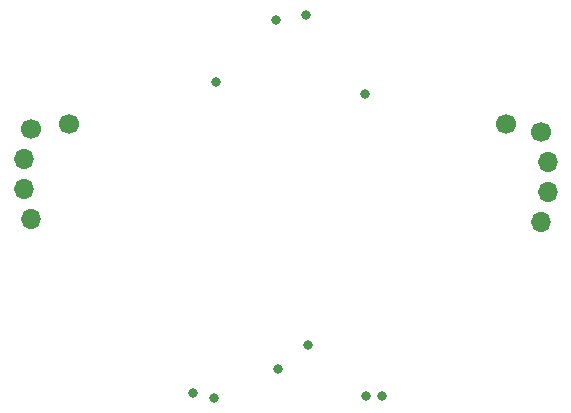
<source format=gbr>
%TF.GenerationSoftware,KiCad,Pcbnew,7.0.9*%
%TF.CreationDate,2023-12-02T23:17:25+01:00*%
%TF.ProjectId,pilkbadge,70696c6b-6261-4646-9765-2e6b69636164,rev?*%
%TF.SameCoordinates,Original*%
%TF.FileFunction,Copper,L1,Top*%
%TF.FilePolarity,Positive*%
%FSLAX46Y46*%
G04 Gerber Fmt 4.6, Leading zero omitted, Abs format (unit mm)*
G04 Created by KiCad (PCBNEW 7.0.9) date 2023-12-02 23:17:25*
%MOMM*%
%LPD*%
G01*
G04 APERTURE LIST*
%TA.AperFunction,ComponentPad*%
%ADD10C,1.700000*%
%TD*%
%TA.AperFunction,ComponentPad*%
%ADD11O,1.700000X1.700000*%
%TD*%
%TA.AperFunction,ViaPad*%
%ADD12C,0.800000*%
%TD*%
G04 APERTURE END LIST*
D10*
%TO.P,J4,1,Pin_1*%
%TO.N,unconnected-(J4-Pin_1-Pad1)*%
X89500000Y-79750000D03*
%TD*%
%TO.P,J3,1,Pin_1*%
%TO.N,unconnected-(J3-Pin_1-Pad1)*%
X126500000Y-79750000D03*
%TD*%
%TO.P,J1,1,Pin_1*%
%TO.N,Net-(J1-Pin_1)*%
X86300000Y-80200000D03*
D11*
%TO.P,J1,2,Pin_2*%
%TO.N,Net-(J1-Pin_2)*%
X85700000Y-82740000D03*
%TO.P,J1,3,Pin_3*%
%TO.N,unconnected-(J1-Pin_3-Pad3)*%
X85700000Y-85280000D03*
%TO.P,J1,4,Pin_4*%
%TO.N,unconnected-(J1-Pin_4-Pad4)*%
X86300000Y-87820000D03*
%TD*%
D10*
%TO.P,J2,1,Pin_1*%
%TO.N,+BATT*%
X129495661Y-80452986D03*
D11*
%TO.P,J2,2,Pin_2*%
%TO.N,Net-(J1-Pin_2)*%
X130095661Y-82992986D03*
%TO.P,J2,3,Pin_3*%
%TO.N,unconnected-(J2-Pin_3-Pad3)*%
X130095661Y-85532986D03*
%TO.P,J2,4,Pin_4*%
%TO.N,unconnected-(J2-Pin_4-Pad4)*%
X129495661Y-88072986D03*
%TD*%
D12*
%TO.N,+BATT*%
X114600000Y-77200000D03*
X109600000Y-70500000D03*
X107100000Y-71000000D03*
%TO.N,-BATT*%
X107200000Y-100500000D03*
X109800000Y-98500000D03*
%TO.N,unconnected-(U1-GND-PadG)*%
X100000000Y-102500000D03*
X101800000Y-103000000D03*
X102000000Y-76200000D03*
%TO.N,unconnected-(U1-Pad5V)*%
X116000000Y-102800000D03*
X114700000Y-102800000D03*
%TD*%
M02*

</source>
